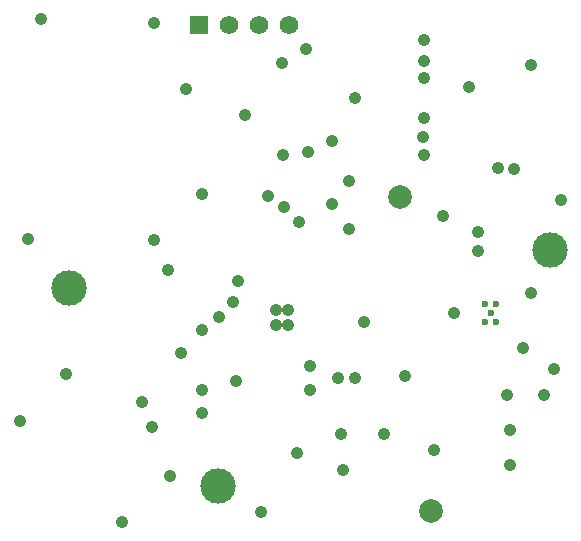
<source format=gbs>
%FSLAX33Y33*%
%MOMM*%
%ADD10C,1.0668*%
%ADD11R,1.57X1.57*%
%ADD12C,1.57*%
%ADD13C,2.*%
%ADD14C,3.*%
%ADD15C,0.6*%
D10*
%LNbottom solder mask_traces*%
G01*
X35350Y32275D03*
X33715Y13550D03*
X43725Y15925D03*
X19175Y19850D03*
X22850Y17850D03*
X35350Y38775D03*
X42975Y31075D03*
X13675Y22525D03*
X22160Y28750D03*
X23475Y27828D03*
X25375Y41221D03*
X11450Y11375D03*
X19625Y21575D03*
X28296Y8644D03*
X19400Y13135D03*
X12450Y43450D03*
X29535Y13375D03*
X1850Y25175D03*
X29010Y25975D03*
X24785Y26610D03*
X25675Y14375D03*
X18025Y18575D03*
X16550Y28925D03*
X45486Y11950D03*
X35350Y40200D03*
X5025Y13750D03*
X21550Y2015D03*
X31990Y8644D03*
X23850Y19100D03*
X23850Y17850D03*
X14799Y15475D03*
X25535Y32500D03*
X42600Y9010D03*
X35300Y33775D03*
X36940Y27060D03*
X16550Y10425D03*
X16550Y12325D03*
X12332Y9225D03*
X2950Y43750D03*
X25675Y12400D03*
X30300Y18100D03*
X39950Y25725D03*
X42600Y6000D03*
X39125Y38025D03*
X22850Y19100D03*
X16550Y17475D03*
X23365Y32290D03*
X36175Y7259D03*
X44375Y20599D03*
X23304Y40025D03*
X13814Y5050D03*
X27575Y33410D03*
X37875Y18875D03*
X46375Y14150D03*
X46950Y28450D03*
X39950Y24125D03*
X35350Y42025D03*
X28517Y5550D03*
X1150Y9750D03*
X35350Y35425D03*
X12450Y25075D03*
X9750Y1200D03*
X27575Y28075D03*
X15200Y37810D03*
X44375Y39875D03*
X28081Y13375D03*
X41600Y31175D03*
X24600Y7050D03*
X29500Y37075D03*
X20215Y35610D03*
X42400Y11950D03*
X29010Y30025D03*
%LNbottom solder mask component ac8baea792a2aaac*%
D11*
X16315Y43275D03*
D12*
X18855Y43275D03*
X21395Y43275D03*
X23935Y43275D03*
%LNbottom solder mask component 0ee08989bcddf7ff*%
D13*
X33300Y28721D03*
%LNbottom solder mask component c15ab15aefc1d0d4*%
D14*
X46000Y24200D03*
%LNbottom solder mask component c8d90169438ddb06*%
D13*
X35950Y2135D03*
%LNbottom solder mask component 3289a17518b3d6e7*%
D15*
X40475Y19625D03*
X40475Y18125D03*
X41475Y19625D03*
X41475Y18125D03*
X40975Y18875D03*
%LNbottom solder mask component 0009601b2b7bb17d*%
D14*
X5250Y21000D03*
%LNbottom solder mask component 8fb6001151396292*%
X17900Y4200D03*
M02*
</source>
